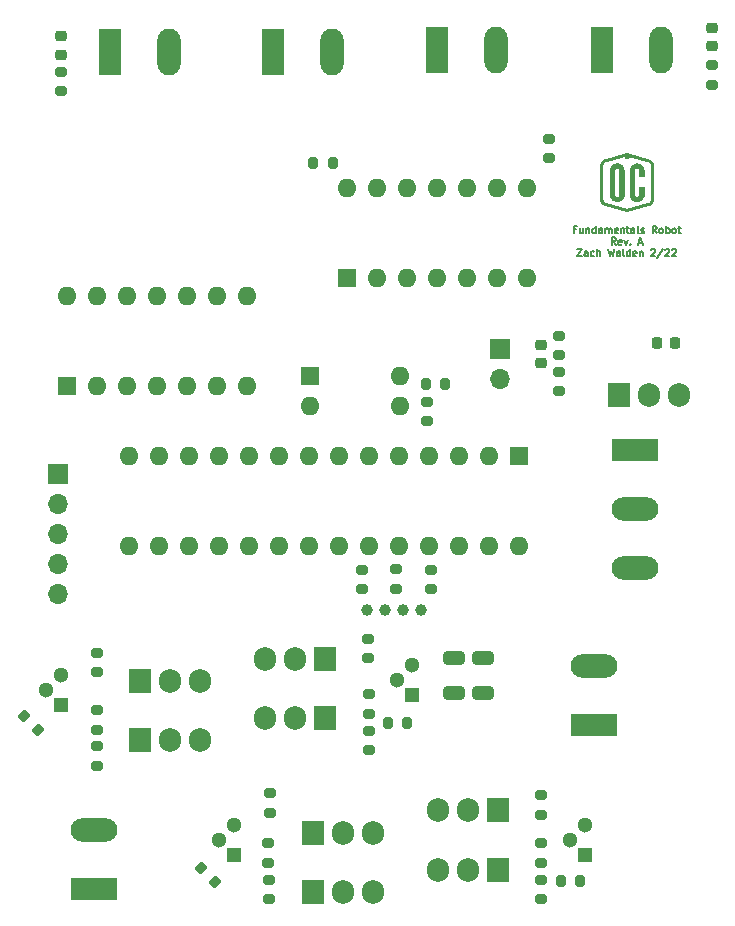
<source format=gbr>
%TF.GenerationSoftware,KiCad,Pcbnew,(6.0.2)*%
%TF.CreationDate,2022-03-08T08:53:01-06:00*%
%TF.ProjectId,FundamentalsRobot,46756e64-616d-4656-9e74-616c73526f62,rev?*%
%TF.SameCoordinates,Original*%
%TF.FileFunction,Soldermask,Top*%
%TF.FilePolarity,Negative*%
%FSLAX46Y46*%
G04 Gerber Fmt 4.6, Leading zero omitted, Abs format (unit mm)*
G04 Created by KiCad (PCBNEW (6.0.2)) date 2022-03-08 08:53:01*
%MOMM*%
%LPD*%
G01*
G04 APERTURE LIST*
G04 Aperture macros list*
%AMRoundRect*
0 Rectangle with rounded corners*
0 $1 Rounding radius*
0 $2 $3 $4 $5 $6 $7 $8 $9 X,Y pos of 4 corners*
0 Add a 4 corners polygon primitive as box body*
4,1,4,$2,$3,$4,$5,$6,$7,$8,$9,$2,$3,0*
0 Add four circle primitives for the rounded corners*
1,1,$1+$1,$2,$3*
1,1,$1+$1,$4,$5*
1,1,$1+$1,$6,$7*
1,1,$1+$1,$8,$9*
0 Add four rect primitives between the rounded corners*
20,1,$1+$1,$2,$3,$4,$5,0*
20,1,$1+$1,$4,$5,$6,$7,0*
20,1,$1+$1,$6,$7,$8,$9,0*
20,1,$1+$1,$8,$9,$2,$3,0*%
G04 Aperture macros list end*
%ADD10C,0.150000*%
%ADD11RoundRect,0.200000X0.275000X-0.200000X0.275000X0.200000X-0.275000X0.200000X-0.275000X-0.200000X0*%
%ADD12R,1.905000X2.000000*%
%ADD13O,1.905000X2.000000*%
%ADD14R,1.300000X1.300000*%
%ADD15C,1.300000*%
%ADD16RoundRect,0.200000X-0.335876X-0.053033X-0.053033X-0.335876X0.335876X0.053033X0.053033X0.335876X0*%
%ADD17RoundRect,0.200000X-0.275000X0.200000X-0.275000X-0.200000X0.275000X-0.200000X0.275000X0.200000X0*%
%ADD18RoundRect,0.200000X0.200000X0.275000X-0.200000X0.275000X-0.200000X-0.275000X0.200000X-0.275000X0*%
%ADD19R,1.700000X1.700000*%
%ADD20O,1.700000X1.700000*%
%ADD21R,1.600000X1.600000*%
%ADD22O,1.600000X1.600000*%
%ADD23RoundRect,0.250000X-0.650000X0.325000X-0.650000X-0.325000X0.650000X-0.325000X0.650000X0.325000X0*%
%ADD24R,1.980000X3.960000*%
%ADD25O,1.980000X3.960000*%
%ADD26R,3.960000X1.980000*%
%ADD27O,3.960000X1.980000*%
%ADD28RoundRect,0.225000X0.225000X0.250000X-0.225000X0.250000X-0.225000X-0.250000X0.225000X-0.250000X0*%
%ADD29RoundRect,0.225000X-0.250000X0.225000X-0.250000X-0.225000X0.250000X-0.225000X0.250000X0.225000X0*%
%ADD30RoundRect,0.225000X0.250000X-0.225000X0.250000X0.225000X-0.250000X0.225000X-0.250000X-0.225000X0*%
%ADD31C,1.000000*%
G04 APERTURE END LIST*
D10*
X146654285Y-76851142D02*
X146454285Y-76851142D01*
X146454285Y-77165428D02*
X146454285Y-76565428D01*
X146740000Y-76565428D01*
X147225714Y-76765428D02*
X147225714Y-77165428D01*
X146968571Y-76765428D02*
X146968571Y-77079714D01*
X146997142Y-77136857D01*
X147054285Y-77165428D01*
X147140000Y-77165428D01*
X147197142Y-77136857D01*
X147225714Y-77108285D01*
X147511428Y-76765428D02*
X147511428Y-77165428D01*
X147511428Y-76822571D02*
X147540000Y-76794000D01*
X147597142Y-76765428D01*
X147682857Y-76765428D01*
X147740000Y-76794000D01*
X147768571Y-76851142D01*
X147768571Y-77165428D01*
X148311428Y-77165428D02*
X148311428Y-76565428D01*
X148311428Y-77136857D02*
X148254285Y-77165428D01*
X148140000Y-77165428D01*
X148082857Y-77136857D01*
X148054285Y-77108285D01*
X148025714Y-77051142D01*
X148025714Y-76879714D01*
X148054285Y-76822571D01*
X148082857Y-76794000D01*
X148140000Y-76765428D01*
X148254285Y-76765428D01*
X148311428Y-76794000D01*
X148854285Y-77165428D02*
X148854285Y-76851142D01*
X148825714Y-76794000D01*
X148768571Y-76765428D01*
X148654285Y-76765428D01*
X148597142Y-76794000D01*
X148854285Y-77136857D02*
X148797142Y-77165428D01*
X148654285Y-77165428D01*
X148597142Y-77136857D01*
X148568571Y-77079714D01*
X148568571Y-77022571D01*
X148597142Y-76965428D01*
X148654285Y-76936857D01*
X148797142Y-76936857D01*
X148854285Y-76908285D01*
X149140000Y-77165428D02*
X149140000Y-76765428D01*
X149140000Y-76822571D02*
X149168571Y-76794000D01*
X149225714Y-76765428D01*
X149311428Y-76765428D01*
X149368571Y-76794000D01*
X149397142Y-76851142D01*
X149397142Y-77165428D01*
X149397142Y-76851142D02*
X149425714Y-76794000D01*
X149482857Y-76765428D01*
X149568571Y-76765428D01*
X149625714Y-76794000D01*
X149654285Y-76851142D01*
X149654285Y-77165428D01*
X150168571Y-77136857D02*
X150111428Y-77165428D01*
X149997142Y-77165428D01*
X149940000Y-77136857D01*
X149911428Y-77079714D01*
X149911428Y-76851142D01*
X149940000Y-76794000D01*
X149997142Y-76765428D01*
X150111428Y-76765428D01*
X150168571Y-76794000D01*
X150197142Y-76851142D01*
X150197142Y-76908285D01*
X149911428Y-76965428D01*
X150454285Y-76765428D02*
X150454285Y-77165428D01*
X150454285Y-76822571D02*
X150482857Y-76794000D01*
X150540000Y-76765428D01*
X150625714Y-76765428D01*
X150682857Y-76794000D01*
X150711428Y-76851142D01*
X150711428Y-77165428D01*
X150911428Y-76765428D02*
X151140000Y-76765428D01*
X150997142Y-76565428D02*
X150997142Y-77079714D01*
X151025714Y-77136857D01*
X151082857Y-77165428D01*
X151140000Y-77165428D01*
X151597142Y-77165428D02*
X151597142Y-76851142D01*
X151568571Y-76794000D01*
X151511428Y-76765428D01*
X151397142Y-76765428D01*
X151340000Y-76794000D01*
X151597142Y-77136857D02*
X151540000Y-77165428D01*
X151397142Y-77165428D01*
X151340000Y-77136857D01*
X151311428Y-77079714D01*
X151311428Y-77022571D01*
X151340000Y-76965428D01*
X151397142Y-76936857D01*
X151540000Y-76936857D01*
X151597142Y-76908285D01*
X151968571Y-77165428D02*
X151911428Y-77136857D01*
X151882857Y-77079714D01*
X151882857Y-76565428D01*
X152168571Y-77136857D02*
X152225714Y-77165428D01*
X152340000Y-77165428D01*
X152397142Y-77136857D01*
X152425714Y-77079714D01*
X152425714Y-77051142D01*
X152397142Y-76994000D01*
X152340000Y-76965428D01*
X152254285Y-76965428D01*
X152197142Y-76936857D01*
X152168571Y-76879714D01*
X152168571Y-76851142D01*
X152197142Y-76794000D01*
X152254285Y-76765428D01*
X152340000Y-76765428D01*
X152397142Y-76794000D01*
X153482857Y-77165428D02*
X153282857Y-76879714D01*
X153140000Y-77165428D02*
X153140000Y-76565428D01*
X153368571Y-76565428D01*
X153425714Y-76594000D01*
X153454285Y-76622571D01*
X153482857Y-76679714D01*
X153482857Y-76765428D01*
X153454285Y-76822571D01*
X153425714Y-76851142D01*
X153368571Y-76879714D01*
X153140000Y-76879714D01*
X153825714Y-77165428D02*
X153768571Y-77136857D01*
X153740000Y-77108285D01*
X153711428Y-77051142D01*
X153711428Y-76879714D01*
X153740000Y-76822571D01*
X153768571Y-76794000D01*
X153825714Y-76765428D01*
X153911428Y-76765428D01*
X153968571Y-76794000D01*
X153997142Y-76822571D01*
X154025714Y-76879714D01*
X154025714Y-77051142D01*
X153997142Y-77108285D01*
X153968571Y-77136857D01*
X153911428Y-77165428D01*
X153825714Y-77165428D01*
X154282857Y-77165428D02*
X154282857Y-76565428D01*
X154282857Y-76794000D02*
X154340000Y-76765428D01*
X154454285Y-76765428D01*
X154511428Y-76794000D01*
X154540000Y-76822571D01*
X154568571Y-76879714D01*
X154568571Y-77051142D01*
X154540000Y-77108285D01*
X154511428Y-77136857D01*
X154454285Y-77165428D01*
X154340000Y-77165428D01*
X154282857Y-77136857D01*
X154911428Y-77165428D02*
X154854285Y-77136857D01*
X154825714Y-77108285D01*
X154797142Y-77051142D01*
X154797142Y-76879714D01*
X154825714Y-76822571D01*
X154854285Y-76794000D01*
X154911428Y-76765428D01*
X154997142Y-76765428D01*
X155054285Y-76794000D01*
X155082857Y-76822571D01*
X155111428Y-76879714D01*
X155111428Y-77051142D01*
X155082857Y-77108285D01*
X155054285Y-77136857D01*
X154997142Y-77165428D01*
X154911428Y-77165428D01*
X155282857Y-76765428D02*
X155511428Y-76765428D01*
X155368571Y-76565428D02*
X155368571Y-77079714D01*
X155397142Y-77136857D01*
X155454285Y-77165428D01*
X155511428Y-77165428D01*
X150011428Y-78131428D02*
X149811428Y-77845714D01*
X149668571Y-78131428D02*
X149668571Y-77531428D01*
X149897142Y-77531428D01*
X149954285Y-77560000D01*
X149982857Y-77588571D01*
X150011428Y-77645714D01*
X150011428Y-77731428D01*
X149982857Y-77788571D01*
X149954285Y-77817142D01*
X149897142Y-77845714D01*
X149668571Y-77845714D01*
X150497142Y-78102857D02*
X150440000Y-78131428D01*
X150325714Y-78131428D01*
X150268571Y-78102857D01*
X150240000Y-78045714D01*
X150240000Y-77817142D01*
X150268571Y-77760000D01*
X150325714Y-77731428D01*
X150440000Y-77731428D01*
X150497142Y-77760000D01*
X150525714Y-77817142D01*
X150525714Y-77874285D01*
X150240000Y-77931428D01*
X150725714Y-77731428D02*
X150868571Y-78131428D01*
X151011428Y-77731428D01*
X151240000Y-78074285D02*
X151268571Y-78102857D01*
X151240000Y-78131428D01*
X151211428Y-78102857D01*
X151240000Y-78074285D01*
X151240000Y-78131428D01*
X151954285Y-77960000D02*
X152240000Y-77960000D01*
X151897142Y-78131428D02*
X152097142Y-77531428D01*
X152297142Y-78131428D01*
X146740000Y-78497428D02*
X147140000Y-78497428D01*
X146740000Y-79097428D01*
X147140000Y-79097428D01*
X147625714Y-79097428D02*
X147625714Y-78783142D01*
X147597142Y-78726000D01*
X147540000Y-78697428D01*
X147425714Y-78697428D01*
X147368571Y-78726000D01*
X147625714Y-79068857D02*
X147568571Y-79097428D01*
X147425714Y-79097428D01*
X147368571Y-79068857D01*
X147340000Y-79011714D01*
X147340000Y-78954571D01*
X147368571Y-78897428D01*
X147425714Y-78868857D01*
X147568571Y-78868857D01*
X147625714Y-78840285D01*
X148168571Y-79068857D02*
X148111428Y-79097428D01*
X147997142Y-79097428D01*
X147940000Y-79068857D01*
X147911428Y-79040285D01*
X147882857Y-78983142D01*
X147882857Y-78811714D01*
X147911428Y-78754571D01*
X147940000Y-78726000D01*
X147997142Y-78697428D01*
X148111428Y-78697428D01*
X148168571Y-78726000D01*
X148425714Y-79097428D02*
X148425714Y-78497428D01*
X148682857Y-79097428D02*
X148682857Y-78783142D01*
X148654285Y-78726000D01*
X148597142Y-78697428D01*
X148511428Y-78697428D01*
X148454285Y-78726000D01*
X148425714Y-78754571D01*
X149368571Y-78497428D02*
X149511428Y-79097428D01*
X149625714Y-78668857D01*
X149740000Y-79097428D01*
X149882857Y-78497428D01*
X150368571Y-79097428D02*
X150368571Y-78783142D01*
X150340000Y-78726000D01*
X150282857Y-78697428D01*
X150168571Y-78697428D01*
X150111428Y-78726000D01*
X150368571Y-79068857D02*
X150311428Y-79097428D01*
X150168571Y-79097428D01*
X150111428Y-79068857D01*
X150082857Y-79011714D01*
X150082857Y-78954571D01*
X150111428Y-78897428D01*
X150168571Y-78868857D01*
X150311428Y-78868857D01*
X150368571Y-78840285D01*
X150740000Y-79097428D02*
X150682857Y-79068857D01*
X150654285Y-79011714D01*
X150654285Y-78497428D01*
X151225714Y-79097428D02*
X151225714Y-78497428D01*
X151225714Y-79068857D02*
X151168571Y-79097428D01*
X151054285Y-79097428D01*
X150997142Y-79068857D01*
X150968571Y-79040285D01*
X150940000Y-78983142D01*
X150940000Y-78811714D01*
X150968571Y-78754571D01*
X150997142Y-78726000D01*
X151054285Y-78697428D01*
X151168571Y-78697428D01*
X151225714Y-78726000D01*
X151740000Y-79068857D02*
X151682857Y-79097428D01*
X151568571Y-79097428D01*
X151511428Y-79068857D01*
X151482857Y-79011714D01*
X151482857Y-78783142D01*
X151511428Y-78726000D01*
X151568571Y-78697428D01*
X151682857Y-78697428D01*
X151740000Y-78726000D01*
X151768571Y-78783142D01*
X151768571Y-78840285D01*
X151482857Y-78897428D01*
X152025714Y-78697428D02*
X152025714Y-79097428D01*
X152025714Y-78754571D02*
X152054285Y-78726000D01*
X152111428Y-78697428D01*
X152197142Y-78697428D01*
X152254285Y-78726000D01*
X152282857Y-78783142D01*
X152282857Y-79097428D01*
X152997142Y-78554571D02*
X153025714Y-78526000D01*
X153082857Y-78497428D01*
X153225714Y-78497428D01*
X153282857Y-78526000D01*
X153311428Y-78554571D01*
X153340000Y-78611714D01*
X153340000Y-78668857D01*
X153311428Y-78754571D01*
X152968571Y-79097428D01*
X153340000Y-79097428D01*
X154025714Y-78468857D02*
X153511428Y-79240285D01*
X154197142Y-78554571D02*
X154225714Y-78526000D01*
X154282857Y-78497428D01*
X154425714Y-78497428D01*
X154482857Y-78526000D01*
X154511428Y-78554571D01*
X154540000Y-78611714D01*
X154540000Y-78668857D01*
X154511428Y-78754571D01*
X154168571Y-79097428D01*
X154540000Y-79097428D01*
X154768571Y-78554571D02*
X154797142Y-78526000D01*
X154854285Y-78497428D01*
X154997142Y-78497428D01*
X155054285Y-78526000D01*
X155082857Y-78554571D01*
X155111428Y-78611714D01*
X155111428Y-78668857D01*
X155082857Y-78754571D01*
X154740000Y-79097428D01*
X155111428Y-79097428D01*
%TO.C,G\u002A\u002A\u002A*%
G36*
X149512833Y-73930404D02*
G01*
X149512188Y-73903708D01*
X149511607Y-73871870D01*
X149511083Y-73834356D01*
X149510611Y-73790634D01*
X149510185Y-73740170D01*
X149509799Y-73682430D01*
X149509447Y-73616882D01*
X149509123Y-73542992D01*
X149508822Y-73460227D01*
X149508537Y-73368054D01*
X149508263Y-73265939D01*
X149507994Y-73153349D01*
X149507724Y-73029752D01*
X149507487Y-72914004D01*
X149507211Y-72760884D01*
X149507026Y-72619652D01*
X149506930Y-72490199D01*
X149506925Y-72372412D01*
X149507011Y-72266181D01*
X149507188Y-72171394D01*
X149507457Y-72087940D01*
X149507818Y-72015707D01*
X149508272Y-71954584D01*
X149508819Y-71904460D01*
X149509459Y-71865224D01*
X149510193Y-71836764D01*
X149511021Y-71818968D01*
X149511636Y-71812917D01*
X149516969Y-71782510D01*
X149520703Y-71761625D01*
X149523280Y-71747962D01*
X149525142Y-71739216D01*
X149526731Y-71733085D01*
X149527376Y-71730890D01*
X149530945Y-71716784D01*
X149533003Y-71706888D01*
X149537000Y-71692826D01*
X149544496Y-71672447D01*
X149554405Y-71648157D01*
X149565640Y-71622364D01*
X149577115Y-71597474D01*
X149587743Y-71575893D01*
X149596438Y-71560027D01*
X149602114Y-71552283D01*
X149602976Y-71551897D01*
X149607674Y-71547224D01*
X149607895Y-71545260D01*
X149611849Y-71535119D01*
X149621648Y-71521182D01*
X149634195Y-71506971D01*
X149646395Y-71496005D01*
X149654903Y-71491800D01*
X149660896Y-71490333D01*
X149657597Y-71487069D01*
X149657918Y-71480955D01*
X149665773Y-71468837D01*
X149679499Y-71452416D01*
X149697435Y-71433397D01*
X149717916Y-71413482D01*
X149739279Y-71394374D01*
X149759862Y-71377778D01*
X149772548Y-71368882D01*
X150483964Y-71368882D01*
X150486964Y-71371883D01*
X150489964Y-71368882D01*
X150486964Y-71365882D01*
X150483964Y-71368882D01*
X149772548Y-71368882D01*
X149773948Y-71367900D01*
X149788265Y-71357995D01*
X149798838Y-71349459D01*
X149808533Y-71342933D01*
X149812582Y-71341880D01*
X149820983Y-71338590D01*
X149833677Y-71330570D01*
X149835018Y-71329592D01*
X149850402Y-71320719D01*
X149864488Y-71316339D01*
X149864777Y-71316314D01*
X149875148Y-71313894D01*
X149877916Y-71311097D01*
X149882892Y-71307260D01*
X149895192Y-71301007D01*
X149910879Y-71294061D01*
X149926012Y-71288146D01*
X149936653Y-71284987D01*
X149937921Y-71284836D01*
X149945220Y-71282069D01*
X149946922Y-71281113D01*
X149957830Y-71276889D01*
X149976093Y-71271865D01*
X149997234Y-71267247D01*
X150000926Y-71266565D01*
X150015734Y-71263693D01*
X150030928Y-71260521D01*
X150043885Y-71258813D01*
X150064397Y-71257334D01*
X150089940Y-71256132D01*
X150117991Y-71255257D01*
X150146026Y-71254759D01*
X150171521Y-71254686D01*
X150191955Y-71255087D01*
X150204802Y-71256012D01*
X150207942Y-71257068D01*
X150213186Y-71259493D01*
X150225960Y-71260297D01*
X150227443Y-71260262D01*
X150247878Y-71261550D01*
X150264947Y-71264907D01*
X150284215Y-71269712D01*
X150303950Y-71273591D01*
X150319762Y-71277133D01*
X150330357Y-71281210D01*
X150330952Y-71281620D01*
X150340921Y-71286352D01*
X150353613Y-71290203D01*
X150370486Y-71295486D01*
X150390193Y-71303431D01*
X150409581Y-71312512D01*
X150425496Y-71321202D01*
X150434782Y-71327976D01*
X150435960Y-71330055D01*
X150439369Y-71334771D01*
X150440460Y-71334646D01*
X150450627Y-71336791D01*
X150467717Y-71345616D01*
X150489769Y-71359733D01*
X150514827Y-71377753D01*
X150540929Y-71398285D01*
X150566117Y-71419941D01*
X150582546Y-71435408D01*
X150633785Y-71493753D01*
X150678458Y-71560462D01*
X150715462Y-71633215D01*
X150743694Y-71709691D01*
X150762052Y-71787569D01*
X150766895Y-71823402D01*
X150767702Y-71837692D01*
X150768425Y-71863748D01*
X150769062Y-71901335D01*
X150769614Y-71950220D01*
X150770080Y-72010168D01*
X150770458Y-72080945D01*
X150770748Y-72162316D01*
X150770950Y-72254047D01*
X150771062Y-72355904D01*
X150771084Y-72467652D01*
X150771015Y-72589056D01*
X150770854Y-72719883D01*
X150770600Y-72859897D01*
X150770459Y-72924489D01*
X150770149Y-73056350D01*
X150769850Y-73176755D01*
X150769554Y-73286248D01*
X150769256Y-73385374D01*
X150768949Y-73474678D01*
X150768626Y-73554705D01*
X150768282Y-73625998D01*
X150767910Y-73689104D01*
X150767503Y-73744566D01*
X150767055Y-73792928D01*
X150766560Y-73834737D01*
X150766011Y-73870536D01*
X150765402Y-73900870D01*
X150764727Y-73926284D01*
X150763979Y-73947323D01*
X150763151Y-73964530D01*
X150762238Y-73978452D01*
X150761233Y-73989632D01*
X150760130Y-73998615D01*
X150758922Y-74005945D01*
X150757709Y-74011711D01*
X150734356Y-74093771D01*
X150703952Y-74167327D01*
X150665472Y-74234252D01*
X150617896Y-74296420D01*
X150580548Y-74336217D01*
X150518008Y-74391267D01*
X150451509Y-74435904D01*
X150379281Y-74471122D01*
X150299552Y-74497917D01*
X150286534Y-74501349D01*
X150261454Y-74507300D01*
X150238850Y-74511395D01*
X150215443Y-74513944D01*
X150187950Y-74515258D01*
X150153089Y-74515647D01*
X150135936Y-74515612D01*
X150096545Y-74515139D01*
X150065853Y-74513894D01*
X150040569Y-74511544D01*
X150017401Y-74507755D01*
X149993055Y-74502196D01*
X149986404Y-74500491D01*
X149913143Y-74477784D01*
X149848193Y-74449378D01*
X149788571Y-74413627D01*
X149731290Y-74368885D01*
X149705788Y-74345668D01*
X149653358Y-74290668D01*
X149609800Y-74232831D01*
X149573925Y-74170066D01*
X149544542Y-74100277D01*
X149520463Y-74021372D01*
X149519617Y-74018091D01*
X149518364Y-74012459D01*
X149517215Y-74005417D01*
X149516165Y-73996432D01*
X149515208Y-73984972D01*
X149514337Y-73970503D01*
X149513811Y-73958485D01*
X149955922Y-73958485D01*
X149970386Y-73987029D01*
X149995753Y-74024203D01*
X150030764Y-74055846D01*
X150073806Y-74080597D01*
X150087933Y-74086433D01*
X150102073Y-74088708D01*
X150124182Y-74089004D01*
X150150449Y-74087631D01*
X150177062Y-74084901D01*
X150200209Y-74081123D01*
X150216080Y-74076608D01*
X150217645Y-74075861D01*
X150247992Y-74055451D01*
X150276450Y-74028459D01*
X150299106Y-73998871D01*
X150306617Y-73985243D01*
X150321951Y-73952829D01*
X150321951Y-72893599D01*
X150321949Y-72761386D01*
X150321940Y-72640637D01*
X150321916Y-72530813D01*
X150321874Y-72431378D01*
X150321805Y-72341793D01*
X150321706Y-72261522D01*
X150321569Y-72190027D01*
X150321388Y-72126769D01*
X150321159Y-72071213D01*
X150320874Y-72022819D01*
X150320528Y-71981051D01*
X150320116Y-71945371D01*
X150319630Y-71915242D01*
X150319065Y-71890126D01*
X150318415Y-71869485D01*
X150317675Y-71852782D01*
X150316838Y-71839479D01*
X150315898Y-71829039D01*
X150314850Y-71820925D01*
X150313687Y-71814598D01*
X150312404Y-71809522D01*
X150310995Y-71805158D01*
X150309902Y-71802166D01*
X150288246Y-71760901D01*
X150257076Y-71726752D01*
X150225096Y-71704718D01*
X150208101Y-71695976D01*
X150193191Y-71690667D01*
X150176333Y-71687961D01*
X150153493Y-71687026D01*
X150138937Y-71686963D01*
X150110984Y-71687476D01*
X150090969Y-71689460D01*
X150074849Y-71693682D01*
X150058581Y-71700911D01*
X150054549Y-71702998D01*
X150020034Y-71726770D01*
X149990280Y-71758021D01*
X149968767Y-71793037D01*
X149967503Y-71795895D01*
X149966063Y-71799498D01*
X149964747Y-71803639D01*
X149963550Y-71808852D01*
X149962467Y-71815669D01*
X149961491Y-71824622D01*
X149960617Y-71836245D01*
X149959840Y-71851069D01*
X149959153Y-71869628D01*
X149958552Y-71892454D01*
X149958030Y-71920079D01*
X149957582Y-71953035D01*
X149957203Y-71991857D01*
X149956886Y-72037075D01*
X149956626Y-72089223D01*
X149956417Y-72148832D01*
X149956254Y-72216437D01*
X149956132Y-72292569D01*
X149956044Y-72377760D01*
X149955984Y-72472544D01*
X149955948Y-72577452D01*
X149955929Y-72693018D01*
X149955923Y-72819773D01*
X149955922Y-72890699D01*
X149955922Y-73958485D01*
X149513811Y-73958485D01*
X149513548Y-73952491D01*
X149512833Y-73930404D01*
G37*
G36*
X151890219Y-71256765D02*
G01*
X151976414Y-71271443D01*
X152057453Y-71296956D01*
X152133288Y-71333282D01*
X152203870Y-71380394D01*
X152269150Y-71438269D01*
X152283033Y-71452698D01*
X152331075Y-71510038D01*
X152370491Y-71570807D01*
X152402667Y-71637508D01*
X152428986Y-71712644D01*
X152431394Y-71720872D01*
X152452229Y-71793259D01*
X152449119Y-72394963D01*
X152011084Y-72394963D01*
X152008084Y-72106941D01*
X152005084Y-71818918D01*
X151988342Y-71784826D01*
X151964584Y-71747840D01*
X151932543Y-71717981D01*
X151904409Y-71700462D01*
X151879627Y-71691768D01*
X151847772Y-71686902D01*
X151812976Y-71685882D01*
X151779373Y-71688723D01*
X151751094Y-71695443D01*
X151741063Y-71699813D01*
X151705489Y-71724862D01*
X151674338Y-71758360D01*
X151655467Y-71787791D01*
X151639055Y-71818918D01*
X151639055Y-73955086D01*
X151655038Y-73985088D01*
X151680526Y-74021735D01*
X151714804Y-74054315D01*
X151741063Y-74072240D01*
X151766020Y-74081808D01*
X151798130Y-74086950D01*
X151833376Y-74087633D01*
X151867744Y-74083824D01*
X151897218Y-74075492D01*
X151901633Y-74073537D01*
X151934902Y-74052497D01*
X151964944Y-74023850D01*
X151987896Y-73991460D01*
X151992188Y-73982983D01*
X151994888Y-73976860D01*
X151997193Y-73970436D01*
X151999144Y-73962736D01*
X152000781Y-73952785D01*
X152002144Y-73939608D01*
X152003275Y-73922231D01*
X152004214Y-73899677D01*
X152005001Y-73870973D01*
X152005677Y-73835144D01*
X152006283Y-73791214D01*
X152006859Y-73738208D01*
X152007446Y-73675151D01*
X152008084Y-73601070D01*
X152008084Y-73601058D01*
X152011084Y-73247030D01*
X152449119Y-73247030D01*
X152450985Y-73595058D01*
X152451342Y-73681361D01*
X152451421Y-73756103D01*
X152451217Y-73819721D01*
X152450723Y-73872650D01*
X152449934Y-73915329D01*
X152448844Y-73948194D01*
X152447448Y-73971681D01*
X152445937Y-73985088D01*
X152426078Y-74070369D01*
X152395806Y-74150497D01*
X152355815Y-74224747D01*
X152306797Y-74292395D01*
X152249443Y-74352715D01*
X152184448Y-74404982D01*
X152112503Y-74448471D01*
X152034301Y-74482456D01*
X151950534Y-74506213D01*
X151947699Y-74506811D01*
X151926533Y-74509919D01*
X151897392Y-74512440D01*
X151863230Y-74514305D01*
X151826997Y-74515444D01*
X151791646Y-74515788D01*
X151760129Y-74515269D01*
X151735397Y-74513817D01*
X151723061Y-74512070D01*
X151647685Y-74492733D01*
X151581705Y-74469866D01*
X151522740Y-74442252D01*
X151468410Y-74408675D01*
X151416335Y-74367921D01*
X151385066Y-74339406D01*
X151328459Y-74277430D01*
X151281192Y-74209230D01*
X151244179Y-74136254D01*
X151225954Y-74086634D01*
X151222172Y-74074819D01*
X151218710Y-74064162D01*
X151215555Y-74054115D01*
X151212693Y-74044127D01*
X151210108Y-74033647D01*
X151207787Y-74022126D01*
X151205716Y-74009015D01*
X151203880Y-73993762D01*
X151202266Y-73975819D01*
X151200859Y-73954635D01*
X151199646Y-73929661D01*
X151198611Y-73900345D01*
X151197742Y-73866139D01*
X151197023Y-73826493D01*
X151196441Y-73780856D01*
X151195981Y-73728679D01*
X151195629Y-73669411D01*
X151195372Y-73602504D01*
X151195195Y-73527406D01*
X151195084Y-73443568D01*
X151195024Y-73350440D01*
X151195002Y-73247471D01*
X151195003Y-73134113D01*
X151195014Y-73009815D01*
X151195020Y-72884002D01*
X151195020Y-71794916D01*
X151208760Y-71741878D01*
X151235153Y-71658311D01*
X151269257Y-71583055D01*
X151311990Y-71514739D01*
X151364269Y-71451993D01*
X151427011Y-71393446D01*
X151459041Y-71368000D01*
X151520210Y-71328666D01*
X151588980Y-71297027D01*
X151663333Y-71273602D01*
X151741247Y-71258913D01*
X151820703Y-71253482D01*
X151890219Y-71256765D01*
G37*
G36*
X150126324Y-75142468D02*
G01*
X150107825Y-75136678D01*
X150087933Y-75131179D01*
X150066272Y-75125159D01*
X150048247Y-75119446D01*
X150038510Y-75115614D01*
X150023301Y-75110859D01*
X150016291Y-75110177D01*
X150001211Y-75107904D01*
X149990707Y-75104583D01*
X149977518Y-75099962D01*
X149957654Y-75093794D01*
X149940921Y-75088966D01*
X149919013Y-75082785D01*
X149899715Y-75077200D01*
X149889917Y-75074254D01*
X149874720Y-75069724D01*
X149854746Y-75064029D01*
X149847914Y-75062133D01*
X149823760Y-75055461D01*
X149798485Y-75048447D01*
X149793909Y-75047172D01*
X149769757Y-75040464D01*
X149744482Y-75033482D01*
X149739905Y-75032223D01*
X149720758Y-75026641D01*
X149704833Y-75021461D01*
X149700902Y-75019998D01*
X149687741Y-75015571D01*
X149669041Y-75010194D01*
X149661899Y-75008321D01*
X149640848Y-75002842D01*
X149621395Y-74997588D01*
X149616896Y-74996328D01*
X149586672Y-74987757D01*
X149556151Y-74979146D01*
X149529107Y-74971557D01*
X149509315Y-74966051D01*
X149507387Y-74965521D01*
X149487700Y-74960039D01*
X149466533Y-74954042D01*
X149465384Y-74953713D01*
X149444907Y-74948061D01*
X149421397Y-74941868D01*
X149414876Y-74940208D01*
X149397464Y-74935169D01*
X149385194Y-74930422D01*
X149382373Y-74928659D01*
X149373354Y-74925108D01*
X149363794Y-74924162D01*
X149347827Y-74921880D01*
X149339292Y-74918814D01*
X149319861Y-74911089D01*
X149293890Y-74903548D01*
X149266723Y-74897505D01*
X149243703Y-74894269D01*
X149238338Y-74894042D01*
X149211086Y-74892057D01*
X149176980Y-74886886D01*
X149139710Y-74879362D01*
X149102966Y-74870320D01*
X149070439Y-74860593D01*
X149045817Y-74851014D01*
X149043984Y-74850122D01*
X149028829Y-74844681D01*
X149017039Y-74843962D01*
X149016295Y-74844199D01*
X149009493Y-74843931D01*
X149009102Y-74840784D01*
X149005391Y-74834054D01*
X148993992Y-74824888D01*
X148986869Y-74820547D01*
X148970430Y-74810714D01*
X148957730Y-74801986D01*
X148954937Y-74799653D01*
X148946165Y-74793235D01*
X148942914Y-74792149D01*
X148936603Y-74788074D01*
X148923925Y-74777070D01*
X148906721Y-74760958D01*
X148886834Y-74741562D01*
X148866107Y-74720703D01*
X148846383Y-74700205D01*
X148829504Y-74681891D01*
X148818560Y-74669142D01*
X148776070Y-74609411D01*
X148741146Y-74544061D01*
X148712810Y-74471077D01*
X148697981Y-74420577D01*
X148697065Y-74415767D01*
X148696215Y-74408289D01*
X148695430Y-74397718D01*
X148694706Y-74383632D01*
X148694043Y-74365607D01*
X148693436Y-74343220D01*
X148692885Y-74316046D01*
X148692387Y-74283662D01*
X148691939Y-74245645D01*
X148691540Y-74201571D01*
X148691187Y-74151017D01*
X148690877Y-74093558D01*
X148690609Y-74028771D01*
X148690381Y-73956234D01*
X148690189Y-73875521D01*
X148690032Y-73786210D01*
X148689908Y-73687876D01*
X148689814Y-73580097D01*
X148689748Y-73462449D01*
X148689707Y-73334508D01*
X148689695Y-73238181D01*
X148955711Y-73238181D01*
X148955719Y-73367222D01*
X148955781Y-73489100D01*
X148955896Y-73603423D01*
X148956063Y-73709800D01*
X148956281Y-73807839D01*
X148956549Y-73897148D01*
X148956866Y-73977336D01*
X148957230Y-74048011D01*
X148957642Y-74108781D01*
X148958098Y-74159254D01*
X148958600Y-74199039D01*
X148959145Y-74227744D01*
X148959732Y-74244978D01*
X148959948Y-74248237D01*
X148963327Y-74280301D01*
X148967757Y-74312891D01*
X148972535Y-74341125D01*
X148975107Y-74353245D01*
X148994006Y-74414879D01*
X149019487Y-74470482D01*
X149050656Y-74518744D01*
X149086623Y-74558355D01*
X149126496Y-74588006D01*
X149139858Y-74595140D01*
X149158591Y-74603952D01*
X149174473Y-74610373D01*
X149190587Y-74615202D01*
X149210012Y-74619235D01*
X149235829Y-74623272D01*
X149262868Y-74627000D01*
X149291013Y-74631135D01*
X149316978Y-74635552D01*
X149336933Y-74639574D01*
X149343874Y-74641346D01*
X149362063Y-74646574D01*
X149385159Y-74652961D01*
X149397878Y-74656386D01*
X149419249Y-74662227D01*
X149447086Y-74670047D01*
X149476345Y-74678425D01*
X149484885Y-74680904D01*
X149520816Y-74691373D01*
X149550327Y-74699963D01*
X149576261Y-74707497D01*
X149601458Y-74714797D01*
X149628759Y-74722687D01*
X149661005Y-74731989D01*
X149701036Y-74743526D01*
X149715903Y-74747810D01*
X149758954Y-74760208D01*
X149792479Y-74769842D01*
X149818479Y-74777283D01*
X149838959Y-74783096D01*
X149855920Y-74787851D01*
X149871366Y-74792116D01*
X149887299Y-74796459D01*
X149889917Y-74797169D01*
X149914950Y-74804064D01*
X149946540Y-74812965D01*
X149986190Y-74824301D01*
X150035400Y-74838499D01*
X150051930Y-74843286D01*
X150081900Y-74851951D01*
X150109209Y-74859805D01*
X150130978Y-74866024D01*
X150144328Y-74869781D01*
X150144937Y-74869948D01*
X150160644Y-74874295D01*
X150182358Y-74880367D01*
X150198941Y-74885034D01*
X150221538Y-74891392D01*
X150242203Y-74897169D01*
X150252946Y-74900146D01*
X150262837Y-74902945D01*
X150282789Y-74908659D01*
X150311334Y-74916866D01*
X150347005Y-74927142D01*
X150388335Y-74939064D01*
X150433855Y-74952211D01*
X150471963Y-74963228D01*
X150521614Y-74977565D01*
X150569864Y-74991455D01*
X150614925Y-75004386D01*
X150655010Y-75015848D01*
X150688333Y-75025329D01*
X150713108Y-75032317D01*
X150723983Y-75035337D01*
X150755143Y-75044023D01*
X150790848Y-75054201D01*
X150824154Y-75063888D01*
X150828991Y-75065318D01*
X150854561Y-75072732D01*
X150877286Y-75079028D01*
X150893642Y-75083241D01*
X150897996Y-75084202D01*
X150914945Y-75088649D01*
X150924999Y-75092318D01*
X150953141Y-75100366D01*
X150984081Y-75100277D01*
X151020814Y-75092044D01*
X151021006Y-75091985D01*
X151035286Y-75087645D01*
X151056882Y-75081075D01*
X151081632Y-75073544D01*
X151087011Y-75071906D01*
X151110824Y-75064729D01*
X151131360Y-75058668D01*
X151145003Y-75054787D01*
X151147016Y-75054256D01*
X151156992Y-75051528D01*
X151176752Y-75045954D01*
X151204556Y-75038036D01*
X151238662Y-75028273D01*
X151277330Y-75017165D01*
X151318819Y-75005213D01*
X151361388Y-74992916D01*
X151403296Y-74980775D01*
X151442802Y-74969290D01*
X151444039Y-74968930D01*
X151474004Y-74960220D01*
X151501309Y-74952324D01*
X151523076Y-74946069D01*
X151536431Y-74942286D01*
X151537047Y-74942116D01*
X151550844Y-74938204D01*
X151572387Y-74931976D01*
X151597911Y-74924520D01*
X151609052Y-74921244D01*
X151635132Y-74913583D01*
X151658829Y-74906662D01*
X151676380Y-74901578D01*
X151681058Y-74900243D01*
X151694858Y-74896274D01*
X151716403Y-74890003D01*
X151741931Y-74882527D01*
X151753064Y-74879254D01*
X151778188Y-74871877D01*
X151799996Y-74865509D01*
X151815170Y-74861118D01*
X151819069Y-74860012D01*
X151829710Y-74856954D01*
X151848794Y-74851383D01*
X151873256Y-74844198D01*
X151891075Y-74838943D01*
X151953445Y-74820766D01*
X152006468Y-74805837D01*
X152035086Y-74798106D01*
X152048266Y-74794440D01*
X152069646Y-74788295D01*
X152095928Y-74780625D01*
X152116092Y-74774677D01*
X152191762Y-74752337D01*
X152261215Y-74732024D01*
X152329699Y-74712208D01*
X152353111Y-74705479D01*
X152380534Y-74697550D01*
X152410487Y-74688804D01*
X152425117Y-74684495D01*
X152452540Y-74676437D01*
X152482494Y-74667718D01*
X152497122Y-74663494D01*
X152524484Y-74655497D01*
X152554383Y-74646566D01*
X152569128Y-74642080D01*
X152595309Y-74635872D01*
X152625748Y-74631272D01*
X152647134Y-74629607D01*
X152708073Y-74623789D01*
X152762184Y-74610161D01*
X152812406Y-74587886D01*
X152830149Y-74577560D01*
X152875104Y-74542777D01*
X152913641Y-74498201D01*
X152945510Y-74444330D01*
X152970466Y-74381664D01*
X152988260Y-74310702D01*
X152998057Y-74238919D01*
X152998777Y-74224606D01*
X152999456Y-74198551D01*
X153000094Y-74161015D01*
X153000690Y-74112257D01*
X153001242Y-74052537D01*
X153001749Y-73982115D01*
X153002210Y-73901250D01*
X153002624Y-73810202D01*
X153002990Y-73709231D01*
X153003306Y-73598596D01*
X153003572Y-73478557D01*
X153003786Y-73349374D01*
X153003947Y-73211307D01*
X153004054Y-73064614D01*
X153004106Y-72909557D01*
X153004111Y-72858735D01*
X153004106Y-72703071D01*
X153004075Y-72558967D01*
X153004012Y-72425982D01*
X153003911Y-72303675D01*
X153003767Y-72191605D01*
X153003573Y-72089330D01*
X153003325Y-71996411D01*
X153003017Y-71912406D01*
X153002642Y-71836874D01*
X153002195Y-71769374D01*
X153001671Y-71709465D01*
X153001063Y-71656706D01*
X153000367Y-71610656D01*
X152999575Y-71570874D01*
X152998683Y-71536920D01*
X152997685Y-71508351D01*
X152996576Y-71484728D01*
X152995348Y-71465609D01*
X152993998Y-71450553D01*
X152992518Y-71439119D01*
X152990904Y-71430866D01*
X152989150Y-71425354D01*
X152987249Y-71422141D01*
X152985511Y-71420887D01*
X152981015Y-71414025D01*
X152980160Y-71407611D01*
X152977285Y-71391188D01*
X152969705Y-71368316D01*
X152958990Y-71342775D01*
X152946708Y-71318345D01*
X152935773Y-71300661D01*
X152924015Y-71283967D01*
X152914495Y-71270214D01*
X152911155Y-71265247D01*
X152901412Y-71253342D01*
X152885801Y-71237296D01*
X152867748Y-71220562D01*
X152861257Y-71214989D01*
X152835902Y-71198092D01*
X152801772Y-71181441D01*
X152762063Y-71166091D01*
X152719974Y-71153097D01*
X152678703Y-71143512D01*
X152641447Y-71138393D01*
X152627337Y-71137827D01*
X152606052Y-71135849D01*
X152586793Y-71130941D01*
X152581943Y-71128827D01*
X152567093Y-71122475D01*
X152555729Y-71119863D01*
X152545523Y-71118145D01*
X152527991Y-71113672D01*
X152509911Y-71108328D01*
X152450247Y-71090018D01*
X152396838Y-71074426D01*
X152351607Y-71062105D01*
X152329109Y-71056491D01*
X152307581Y-71050849D01*
X152290587Y-71045433D01*
X152281619Y-71041363D01*
X152281405Y-71041180D01*
X152271498Y-71037131D01*
X152259904Y-71035856D01*
X152246425Y-71034317D01*
X152239665Y-71031419D01*
X152232177Y-71027859D01*
X152216092Y-71022237D01*
X152194409Y-71015574D01*
X152186161Y-71013215D01*
X152160984Y-71006109D01*
X152138110Y-70999580D01*
X152121665Y-70994806D01*
X152119093Y-70994040D01*
X152087234Y-70984822D01*
X152056135Y-70976439D01*
X152029302Y-70969801D01*
X152010242Y-70965815D01*
X152009584Y-70965706D01*
X151996329Y-70962302D01*
X151990142Y-70958250D01*
X151990082Y-70957875D01*
X151984930Y-70953502D01*
X151973581Y-70950024D01*
X151955929Y-70946096D01*
X151936370Y-70941069D01*
X151936078Y-70940988D01*
X151899145Y-70930680D01*
X151869970Y-70922472D01*
X151844743Y-70915276D01*
X151819652Y-70908003D01*
X151790886Y-70899566D01*
X151786066Y-70898147D01*
X151757421Y-70889754D01*
X151730451Y-70881932D01*
X151708826Y-70875741D01*
X151699060Y-70873007D01*
X151681603Y-70868173D01*
X151668182Y-70864370D01*
X151666057Y-70863748D01*
X151658146Y-70861458D01*
X151657056Y-70861193D01*
X151651742Y-70859648D01*
X151637519Y-70855407D01*
X151616969Y-70849243D01*
X151606052Y-70845958D01*
X151581868Y-70838878D01*
X151561228Y-70833204D01*
X151547450Y-70829835D01*
X151544670Y-70829341D01*
X151533418Y-70826090D01*
X151530168Y-70823962D01*
X151521654Y-70820914D01*
X151509399Y-70819839D01*
X151496083Y-70818113D01*
X151489463Y-70814519D01*
X151481852Y-70809951D01*
X151467504Y-70805726D01*
X151465107Y-70805246D01*
X151451241Y-70801595D01*
X151444233Y-70797693D01*
X151444026Y-70797066D01*
X151438781Y-70793927D01*
X151426136Y-70792198D01*
X151425669Y-70792180D01*
X151402828Y-70788936D01*
X151374110Y-70781373D01*
X151344248Y-70770780D01*
X151339031Y-70768614D01*
X151325195Y-70763785D01*
X151303427Y-70757362D01*
X151277494Y-70750427D01*
X151265525Y-70747443D01*
X151241644Y-70741104D01*
X151222915Y-70735124D01*
X151211886Y-70730373D01*
X151210021Y-70728531D01*
X151207708Y-70724446D01*
X151201632Y-70729636D01*
X151193087Y-70742496D01*
X151183367Y-70761418D01*
X151183146Y-70761898D01*
X151165827Y-70790906D01*
X151142119Y-70818957D01*
X151115390Y-70842616D01*
X151089005Y-70858451D01*
X151088158Y-70858809D01*
X151069234Y-70866851D01*
X151052717Y-70874133D01*
X151049069Y-70875811D01*
X151036690Y-70878772D01*
X151016452Y-70880717D01*
X150991432Y-70881670D01*
X150964707Y-70881658D01*
X150939353Y-70880706D01*
X150918447Y-70878841D01*
X150905066Y-70876087D01*
X150902336Y-70874583D01*
X150891264Y-70869155D01*
X150881795Y-70867843D01*
X150871102Y-70865866D01*
X150867994Y-70862493D01*
X150862933Y-70857115D01*
X150853985Y-70853627D01*
X150840251Y-70846390D01*
X150822434Y-70831917D01*
X150803161Y-70812926D01*
X150785058Y-70792130D01*
X150770751Y-70772244D01*
X150764948Y-70761583D01*
X150757109Y-70745763D01*
X150750432Y-70735122D01*
X150748458Y-70733125D01*
X150740470Y-70733184D01*
X150724672Y-70736477D01*
X150705844Y-70741877D01*
X150685043Y-70748086D01*
X150667955Y-70752409D01*
X150659095Y-70753834D01*
X150648561Y-70755674D01*
X150631109Y-70760422D01*
X150616374Y-70765110D01*
X150582404Y-70775959D01*
X150540604Y-70788152D01*
X150489054Y-70802250D01*
X150486964Y-70802808D01*
X150468487Y-70808101D01*
X150453240Y-70813075D01*
X150450961Y-70813931D01*
X150439498Y-70817459D01*
X150420126Y-70822479D01*
X150396677Y-70828008D01*
X150392364Y-70828972D01*
X150370084Y-70834441D01*
X150352692Y-70839718D01*
X150343253Y-70843842D01*
X150342506Y-70844564D01*
X150334563Y-70848756D01*
X150325666Y-70849842D01*
X150311610Y-70851617D01*
X150292565Y-70856072D01*
X150285517Y-70858139D01*
X150261637Y-70865323D01*
X150236500Y-70872501D01*
X150231944Y-70873748D01*
X150210186Y-70880062D01*
X150184638Y-70888055D01*
X150171323Y-70892453D01*
X150151446Y-70898657D01*
X150135179Y-70902795D01*
X150128029Y-70903846D01*
X150116549Y-70905590D01*
X150099320Y-70909964D01*
X150092643Y-70911981D01*
X150080042Y-70915918D01*
X150067477Y-70919685D01*
X150052431Y-70923996D01*
X150032389Y-70929564D01*
X150004832Y-70937101D01*
X149982924Y-70943062D01*
X149962007Y-70949165D01*
X149944712Y-70954949D01*
X149936502Y-70958349D01*
X149922140Y-70962770D01*
X149911354Y-70963851D01*
X149898829Y-70965751D01*
X149893404Y-70969063D01*
X149885960Y-70973131D01*
X149871113Y-70977130D01*
X149864548Y-70978317D01*
X149847918Y-70981731D01*
X149823572Y-70987702D01*
X149795269Y-70995279D01*
X149775908Y-71000795D01*
X149744809Y-71009872D01*
X149721093Y-71016702D01*
X149700633Y-71022432D01*
X149679300Y-71028209D01*
X149652968Y-71035179D01*
X149637897Y-71039140D01*
X149617134Y-71045015D01*
X149600863Y-71050397D01*
X149592894Y-71053963D01*
X149583624Y-71057530D01*
X149567415Y-71061075D01*
X149560201Y-71062193D01*
X149542616Y-71065685D01*
X149530003Y-71070150D01*
X149527499Y-71071849D01*
X149516719Y-71077047D01*
X149510315Y-71077860D01*
X149498369Y-71079538D01*
X149480048Y-71083829D01*
X149468011Y-71087219D01*
X149444663Y-71094047D01*
X149421454Y-71100539D01*
X149412879Y-71102829D01*
X149393596Y-71108331D01*
X149369415Y-71115865D01*
X149353120Y-71121251D01*
X149330024Y-71127326D01*
X149299608Y-71132849D01*
X149266549Y-71137025D01*
X149254005Y-71138112D01*
X149191066Y-71147029D01*
X149136984Y-71163852D01*
X149091516Y-71188665D01*
X149079981Y-71197307D01*
X149064681Y-71208747D01*
X149053001Y-71215955D01*
X149048479Y-71217371D01*
X149043994Y-71220286D01*
X149043850Y-71221668D01*
X149040790Y-71229228D01*
X149032719Y-71243778D01*
X149021305Y-71262337D01*
X149019849Y-71264602D01*
X149008126Y-71283655D01*
X148999578Y-71299298D01*
X148995884Y-71308426D01*
X148995847Y-71308886D01*
X148993330Y-71318827D01*
X148987214Y-71333325D01*
X148986632Y-71334506D01*
X148980692Y-71349688D01*
X148973900Y-71371900D01*
X148967705Y-71396394D01*
X148967584Y-71396933D01*
X148966491Y-71402572D01*
X148965479Y-71409657D01*
X148964544Y-71418654D01*
X148963682Y-71430031D01*
X148962890Y-71444255D01*
X148962163Y-71461793D01*
X148961498Y-71483111D01*
X148960890Y-71508679D01*
X148960337Y-71538961D01*
X148959835Y-71574426D01*
X148959379Y-71615540D01*
X148958965Y-71662771D01*
X148958590Y-71716585D01*
X148958251Y-71777451D01*
X148957942Y-71845834D01*
X148957661Y-71922202D01*
X148957404Y-72007023D01*
X148957167Y-72100762D01*
X148956945Y-72203888D01*
X148956736Y-72316868D01*
X148956535Y-72440168D01*
X148956338Y-72574255D01*
X148956142Y-72719598D01*
X148956024Y-72811996D01*
X148955863Y-72960176D01*
X148955759Y-73102368D01*
X148955711Y-73238181D01*
X148689695Y-73238181D01*
X148689690Y-73195850D01*
X148689693Y-73046053D01*
X148689716Y-72884692D01*
X148689717Y-72879252D01*
X148689769Y-72704021D01*
X148689855Y-72540564D01*
X148689976Y-72388657D01*
X148690134Y-72248072D01*
X148690330Y-72118583D01*
X148690564Y-71999966D01*
X148690838Y-71891993D01*
X148691153Y-71794438D01*
X148691510Y-71707076D01*
X148691909Y-71629680D01*
X148692351Y-71562025D01*
X148692839Y-71503884D01*
X148693372Y-71455031D01*
X148693952Y-71415241D01*
X148694579Y-71384286D01*
X148695256Y-71361942D01*
X148695982Y-71347982D01*
X148696604Y-71342677D01*
X148720080Y-71267274D01*
X148753476Y-71194754D01*
X148795625Y-71126609D01*
X148845357Y-71064332D01*
X148901506Y-71009415D01*
X148962903Y-70963352D01*
X149017353Y-70932748D01*
X149057567Y-70914581D01*
X149093526Y-70901308D01*
X149129329Y-70891835D01*
X149169076Y-70885069D01*
X149214864Y-70880096D01*
X149241962Y-70877167D01*
X149267000Y-70873592D01*
X149285735Y-70870005D01*
X149289870Y-70868908D01*
X149309506Y-70863273D01*
X149332232Y-70857145D01*
X149337874Y-70855690D01*
X149357067Y-70850463D01*
X149373007Y-70845547D01*
X149376877Y-70844160D01*
X149410323Y-70832971D01*
X149445238Y-70824120D01*
X149453383Y-70822534D01*
X149467813Y-70818701D01*
X149475497Y-70814225D01*
X149475884Y-70813171D01*
X149481015Y-70809133D01*
X149490603Y-70807838D01*
X149508535Y-70805534D01*
X149519106Y-70802443D01*
X149532032Y-70798119D01*
X149551991Y-70792225D01*
X149571892Y-70786779D01*
X149593864Y-70780700D01*
X149612526Y-70775018D01*
X149622896Y-70771330D01*
X149633351Y-70767659D01*
X149652493Y-70761678D01*
X149677439Y-70754267D01*
X149700902Y-70747541D01*
X149760744Y-70730577D01*
X149809667Y-70716499D01*
X149848351Y-70705108D01*
X149877474Y-70696206D01*
X149889917Y-70692216D01*
X149904296Y-70687765D01*
X149927850Y-70680786D01*
X149958191Y-70671973D01*
X149992935Y-70662019D01*
X150027928Y-70652115D01*
X150063203Y-70642060D01*
X150094966Y-70632759D01*
X150121220Y-70624816D01*
X150139971Y-70618836D01*
X150149223Y-70615423D01*
X150149356Y-70615354D01*
X150161701Y-70610638D01*
X150167003Y-70609823D01*
X150175679Y-70608127D01*
X150192616Y-70603665D01*
X150214657Y-70597376D01*
X150238648Y-70590199D01*
X150261434Y-70583073D01*
X150279859Y-70576936D01*
X150288948Y-70573535D01*
X150303203Y-70568887D01*
X150321190Y-70564538D01*
X150321951Y-70564387D01*
X150337388Y-70560604D01*
X150360050Y-70554160D01*
X150385797Y-70546250D01*
X150393957Y-70543622D01*
X150423217Y-70534396D01*
X150453979Y-70525202D01*
X150480319Y-70517801D01*
X150483964Y-70516839D01*
X150505938Y-70510870D01*
X150524602Y-70505360D01*
X150534968Y-70501849D01*
X150545671Y-70498277D01*
X150564873Y-70492538D01*
X150589472Y-70485542D01*
X150606974Y-70480728D01*
X150633423Y-70473409D01*
X150656501Y-70466763D01*
X150673107Y-70461696D01*
X150678979Y-70459673D01*
X150708972Y-70449003D01*
X150728628Y-70444130D01*
X150740751Y-70441161D01*
X150760463Y-70435666D01*
X150783909Y-70428729D01*
X150788633Y-70427286D01*
X150816857Y-70418703D01*
X150846393Y-70409851D01*
X150870874Y-70402640D01*
X150870994Y-70402605D01*
X150897867Y-70394659D01*
X150926718Y-70385905D01*
X150940974Y-70381480D01*
X150960747Y-70375702D01*
X150974656Y-70373817D01*
X150988204Y-70375860D01*
X151006889Y-70381867D01*
X151006979Y-70381898D01*
X151027457Y-70388633D01*
X151054793Y-70397143D01*
X151084288Y-70405976D01*
X151096012Y-70409383D01*
X151127242Y-70418506D01*
X151160402Y-70428427D01*
X151189681Y-70437402D01*
X151197286Y-70439790D01*
X151219543Y-70446514D01*
X151237926Y-70451478D01*
X151248971Y-70453756D01*
X151249871Y-70453810D01*
X151262118Y-70456474D01*
X151268607Y-70459249D01*
X151280688Y-70464051D01*
X151298686Y-70469665D01*
X151306029Y-70471653D01*
X151316115Y-70474305D01*
X151327402Y-70477404D01*
X151341368Y-70481386D01*
X151359489Y-70486685D01*
X151383242Y-70493738D01*
X151414105Y-70502980D01*
X151453553Y-70514847D01*
X151501044Y-70529164D01*
X151532399Y-70538561D01*
X151563054Y-70547642D01*
X151589292Y-70555311D01*
X151606052Y-70560101D01*
X151626587Y-70566062D01*
X151643876Y-70571472D01*
X151651056Y-70573984D01*
X151661490Y-70577488D01*
X151680591Y-70583415D01*
X151705490Y-70590890D01*
X151729062Y-70597803D01*
X151762433Y-70607499D01*
X151798104Y-70617884D01*
X151830711Y-70627396D01*
X151846071Y-70631887D01*
X151871576Y-70639327D01*
X151894755Y-70646040D01*
X151911646Y-70650882D01*
X151915077Y-70651849D01*
X151962000Y-70665087D01*
X151997502Y-70675382D01*
X152021780Y-70682795D01*
X152035035Y-70687383D01*
X152035086Y-70687404D01*
X152047203Y-70691652D01*
X152066248Y-70697589D01*
X152083090Y-70702498D01*
X152126466Y-70714876D01*
X152172050Y-70728163D01*
X152223160Y-70743335D01*
X152269104Y-70757136D01*
X152318785Y-70772113D01*
X152358944Y-70784206D01*
X152391548Y-70794003D01*
X152418563Y-70802092D01*
X152441954Y-70809060D01*
X152463689Y-70815496D01*
X152485734Y-70821986D01*
X152500123Y-70826209D01*
X152533179Y-70835959D01*
X152568804Y-70846557D01*
X152601314Y-70856310D01*
X152614132Y-70860189D01*
X152643380Y-70868187D01*
X152674132Y-70875175D01*
X152700469Y-70879829D01*
X152704139Y-70880300D01*
X152780891Y-70892237D01*
X152849181Y-70909324D01*
X152911784Y-70932493D01*
X152971475Y-70962679D01*
X152999619Y-70979751D01*
X153031851Y-71003270D01*
X153067600Y-71034271D01*
X153104139Y-71069989D01*
X153138740Y-71107656D01*
X153168676Y-71144507D01*
X153185092Y-71167867D01*
X153213905Y-71214774D01*
X153235441Y-71255953D01*
X153250837Y-71294230D01*
X153261234Y-71332430D01*
X153267688Y-71372654D01*
X153268466Y-71383884D01*
X153269180Y-71403812D01*
X153269830Y-71432642D01*
X153270417Y-71470582D01*
X153270942Y-71517835D01*
X153271406Y-71574608D01*
X153271808Y-71641105D01*
X153272151Y-71717532D01*
X153272433Y-71804094D01*
X153272657Y-71900997D01*
X153272823Y-72008445D01*
X153272931Y-72126644D01*
X153272982Y-72255800D01*
X153272976Y-72396117D01*
X153272915Y-72547801D01*
X153272799Y-72711057D01*
X153272629Y-72886091D01*
X153272612Y-72902003D01*
X153270979Y-74375119D01*
X153258222Y-74420123D01*
X153250508Y-74446983D01*
X153244411Y-74466611D01*
X153238353Y-74483345D01*
X153230758Y-74501520D01*
X153220047Y-74525475D01*
X153219335Y-74527050D01*
X153210785Y-74546371D01*
X153204638Y-74561069D01*
X153202181Y-74568063D01*
X153202178Y-74568133D01*
X153198759Y-74575961D01*
X153189547Y-74591049D01*
X153176112Y-74611182D01*
X153160021Y-74634140D01*
X153142845Y-74657708D01*
X153126151Y-74679667D01*
X153111508Y-74697801D01*
X153105806Y-74704345D01*
X153077195Y-74733624D01*
X153044772Y-74763014D01*
X153011945Y-74789640D01*
X152982122Y-74810625D01*
X152974083Y-74815499D01*
X152937620Y-74835391D01*
X152905017Y-74850266D01*
X152870730Y-74862559D01*
X152858133Y-74866455D01*
X152822074Y-74877110D01*
X152794671Y-74884638D01*
X152773154Y-74889574D01*
X152754751Y-74892451D01*
X152736690Y-74893801D01*
X152716198Y-74894158D01*
X152714153Y-74894160D01*
X152687635Y-74895277D01*
X152661998Y-74898205D01*
X152642844Y-74902296D01*
X152619657Y-74909369D01*
X152594907Y-74916549D01*
X152590130Y-74917882D01*
X152571430Y-74923575D01*
X152556378Y-74929070D01*
X152552708Y-74930748D01*
X152537714Y-74935483D01*
X152530895Y-74936163D01*
X152517996Y-74938023D01*
X152498324Y-74942750D01*
X152476369Y-74949064D01*
X152456619Y-74955688D01*
X152444700Y-74960719D01*
X152430337Y-74965096D01*
X152419552Y-74966166D01*
X152407001Y-74968102D01*
X152401543Y-74971474D01*
X152394113Y-74975444D01*
X152379042Y-74979431D01*
X152370304Y-74980974D01*
X152351376Y-74984528D01*
X152336453Y-74988569D01*
X152332728Y-74990083D01*
X152320868Y-74994738D01*
X152303544Y-75000107D01*
X152299107Y-75001312D01*
X152282324Y-75005870D01*
X152258270Y-75012579D01*
X152231201Y-75020247D01*
X152221101Y-75023139D01*
X152192394Y-75031360D01*
X152163555Y-75039577D01*
X152139644Y-75046350D01*
X152134094Y-75047911D01*
X152108735Y-75055115D01*
X152080176Y-75063355D01*
X152065088Y-75067765D01*
X152038528Y-75075427D01*
X152008493Y-75083872D01*
X151990082Y-75088930D01*
X151968136Y-75095116D01*
X151949487Y-75100791D01*
X151939078Y-75104387D01*
X151923345Y-75109547D01*
X151912076Y-75112314D01*
X151891730Y-75116956D01*
X151867875Y-75123166D01*
X151843343Y-75130103D01*
X151820970Y-75136924D01*
X151803589Y-75142787D01*
X151794034Y-75146849D01*
X151793067Y-75147680D01*
X151786246Y-75151170D01*
X151776848Y-75152180D01*
X151759402Y-75154467D01*
X151748846Y-75157576D01*
X151735932Y-75161929D01*
X151715993Y-75167905D01*
X151696059Y-75173467D01*
X151670538Y-75180508D01*
X151644944Y-75187842D01*
X151629440Y-75192474D01*
X151611296Y-75197883D01*
X151597201Y-75201763D01*
X151593437Y-75202647D01*
X151560355Y-75210716D01*
X151519030Y-75223314D01*
X151516045Y-75224297D01*
X151493471Y-75231290D01*
X151471919Y-75237205D01*
X151462147Y-75239484D01*
X151444251Y-75243784D01*
X151421435Y-75250092D01*
X151408143Y-75254091D01*
X151383450Y-75261513D01*
X151354732Y-75269738D01*
X151336031Y-75274873D01*
X151314391Y-75281051D01*
X151296375Y-75286874D01*
X151286608Y-75290755D01*
X151272076Y-75295203D01*
X151262107Y-75296192D01*
X151249240Y-75297938D01*
X151243528Y-75300688D01*
X151235432Y-75304713D01*
X151220018Y-75309803D01*
X151211025Y-75312237D01*
X151188822Y-75318012D01*
X151167428Y-75323857D01*
X151162017Y-75325404D01*
X151123305Y-75336429D01*
X151084405Y-75347097D01*
X151072010Y-75350391D01*
X151054926Y-75353027D01*
X151029083Y-75354781D01*
X150997339Y-75355686D01*
X150962548Y-75355774D01*
X150927569Y-75355080D01*
X150895258Y-75353636D01*
X150868471Y-75351475D01*
X150850065Y-75348631D01*
X150846992Y-75347779D01*
X150824317Y-75340724D01*
X150801064Y-75333991D01*
X150798989Y-75333423D01*
X150778875Y-75327876D01*
X150754489Y-75321032D01*
X150741984Y-75317478D01*
X150718325Y-75310762D01*
X150694980Y-75304208D01*
X150684980Y-75301434D01*
X150666526Y-75296027D01*
X150651285Y-75291028D01*
X150648977Y-75290170D01*
X150637076Y-75286252D01*
X150617918Y-75280642D01*
X150597973Y-75275177D01*
X150575382Y-75269045D01*
X150555479Y-75263393D01*
X150543969Y-75259889D01*
X150527325Y-75255092D01*
X150508179Y-75250448D01*
X150507966Y-75250402D01*
X150492401Y-75247001D01*
X150483613Y-75244827D01*
X150476648Y-75242570D01*
X150471963Y-75240877D01*
X150460908Y-75237355D01*
X150443640Y-75232334D01*
X150435960Y-75230198D01*
X150415909Y-75224483D01*
X150398268Y-75219104D01*
X150393957Y-75217687D01*
X150380881Y-75213697D01*
X150360361Y-75207926D01*
X150336588Y-75201549D01*
X150333952Y-75200861D01*
X150306337Y-75193460D01*
X150277956Y-75185522D01*
X150255946Y-75179062D01*
X150221250Y-75168526D01*
X150196165Y-75161085D01*
X150178854Y-75156237D01*
X150167477Y-75153483D01*
X150160195Y-75152322D01*
X150157229Y-75152180D01*
X150143854Y-75149467D01*
X150143169Y-75149180D01*
X151720061Y-75149180D01*
X151723061Y-75152180D01*
X151726062Y-75149180D01*
X151723061Y-75146180D01*
X151720061Y-75149180D01*
X150143169Y-75149180D01*
X150137355Y-75146744D01*
X150126324Y-75142468D01*
G37*
%TD*%
D11*
%TO.C,R13*%
X103015000Y-65170000D03*
X103015000Y-63520000D03*
%TD*%
D12*
%TO.C,U2*%
X150320000Y-90860000D03*
D13*
X152860000Y-90860000D03*
X155400000Y-90860000D03*
%TD*%
D12*
%TO.C,Q4*%
X125400000Y-118220000D03*
D13*
X122860000Y-118220000D03*
X120320000Y-118220000D03*
%TD*%
D14*
%TO.C,Q12*%
X147440000Y-129775000D03*
D15*
X146170000Y-128505000D03*
X147440000Y-127235000D03*
%TD*%
D16*
%TO.C,R17*%
X114916637Y-130916637D03*
X116083363Y-132083363D03*
%TD*%
D17*
%TO.C,R4*%
X145210000Y-85845000D03*
X145210000Y-87495000D03*
%TD*%
D18*
%TO.C,R27*%
X147005000Y-132045000D03*
X145355000Y-132045000D03*
%TD*%
D19*
%TO.C,SW1*%
X140190000Y-86995000D03*
D20*
X140190000Y-89535000D03*
%TD*%
D21*
%TO.C,U1*%
X127225000Y-80965000D03*
D22*
X129765000Y-80965000D03*
X132305000Y-80965000D03*
X134845000Y-80965000D03*
X137385000Y-80965000D03*
X139925000Y-80965000D03*
X142465000Y-80965000D03*
X142465000Y-73345000D03*
X139925000Y-73345000D03*
X137385000Y-73345000D03*
X134845000Y-73345000D03*
X132305000Y-73345000D03*
X129765000Y-73345000D03*
X127225000Y-73345000D03*
%TD*%
D23*
%TO.C,C4*%
X136290000Y-113145000D03*
X136290000Y-116095000D03*
%TD*%
D14*
%TO.C,Q1*%
X103020000Y-117130000D03*
D15*
X101750000Y-115860000D03*
X103020000Y-114590000D03*
%TD*%
D18*
%TO.C,R10*%
X135555000Y-89925000D03*
X133905000Y-89925000D03*
%TD*%
D11*
%TO.C,R24*%
X134380000Y-107320000D03*
X134380000Y-105670000D03*
%TD*%
D24*
%TO.C,J5*%
X107160000Y-61790000D03*
D25*
X112160000Y-61790000D03*
%TD*%
D26*
%TO.C,J1*%
X151680000Y-95505000D03*
D27*
X151680000Y-100505000D03*
X151680000Y-105505000D03*
%TD*%
D24*
%TO.C,J6*%
X148835000Y-61670000D03*
D25*
X153835000Y-61670000D03*
%TD*%
D28*
%TO.C,C2*%
X155025000Y-86430000D03*
X153475000Y-86430000D03*
%TD*%
D12*
%TO.C,Q10*%
X140060000Y-131070000D03*
D13*
X137520000Y-131070000D03*
X134980000Y-131070000D03*
%TD*%
D11*
%TO.C,R23*%
X131420000Y-107290000D03*
X131420000Y-105640000D03*
%TD*%
%TO.C,R18*%
X120720000Y-126235000D03*
X120720000Y-124585000D03*
%TD*%
%TO.C,R26*%
X143710000Y-126400000D03*
X143710000Y-124750000D03*
%TD*%
D17*
%TO.C,R25*%
X143670000Y-131900000D03*
X143670000Y-133550000D03*
%TD*%
D12*
%TO.C,Q5*%
X125380000Y-113205000D03*
D13*
X122840000Y-113205000D03*
X120300000Y-113205000D03*
%TD*%
D18*
%TO.C,R3*%
X126035000Y-71190000D03*
X124385000Y-71190000D03*
%TD*%
D29*
%TO.C,C3*%
X103020000Y-60490000D03*
X103020000Y-62040000D03*
%TD*%
D26*
%TO.C,J8*%
X148200000Y-118815000D03*
D27*
X148200000Y-113815000D03*
%TD*%
D30*
%TO.C,C1*%
X143640000Y-88145000D03*
X143640000Y-86595000D03*
%TD*%
D18*
%TO.C,R14*%
X132375000Y-118645000D03*
X130725000Y-118645000D03*
%TD*%
D23*
%TO.C,C6*%
X138800000Y-113150000D03*
X138800000Y-116100000D03*
%TD*%
D11*
%TO.C,R20*%
X120590000Y-130490000D03*
X120590000Y-128840000D03*
%TD*%
D17*
%TO.C,R6*%
X106060000Y-120595000D03*
X106060000Y-122245000D03*
%TD*%
%TO.C,R16*%
X158195000Y-62965000D03*
X158195000Y-64615000D03*
%TD*%
%TO.C,R9*%
X129100000Y-119275000D03*
X129100000Y-120925000D03*
%TD*%
D14*
%TO.C,Q6*%
X132770000Y-116245000D03*
D15*
X131500000Y-114975000D03*
X132770000Y-113705000D03*
%TD*%
D11*
%TO.C,R2*%
X106060000Y-114325000D03*
X106060000Y-112675000D03*
%TD*%
D24*
%TO.C,J7*%
X134845000Y-61670000D03*
D25*
X139845000Y-61670000D03*
%TD*%
D11*
%TO.C,R7*%
X106060000Y-119225000D03*
X106060000Y-117575000D03*
%TD*%
%TO.C,R15*%
X144380000Y-70825000D03*
X144380000Y-69175000D03*
%TD*%
D12*
%TO.C,Q9*%
X124370000Y-132950000D03*
D13*
X126910000Y-132950000D03*
X129450000Y-132950000D03*
%TD*%
D16*
%TO.C,R1*%
X99896637Y-118041637D03*
X101063363Y-119208363D03*
%TD*%
D19*
%TO.C,J3*%
X102810000Y-97590000D03*
D20*
X102810000Y-100130000D03*
X102810000Y-102670000D03*
X102810000Y-105210000D03*
X102810000Y-107750000D03*
%TD*%
D12*
%TO.C,Q3*%
X109710000Y-120120000D03*
D13*
X112250000Y-120120000D03*
X114790000Y-120120000D03*
%TD*%
D17*
%TO.C,R11*%
X134040000Y-91450000D03*
X134040000Y-93100000D03*
%TD*%
D11*
%TO.C,R8*%
X129120000Y-117855000D03*
X129120000Y-116205000D03*
%TD*%
D17*
%TO.C,R5*%
X145210000Y-88905000D03*
X145210000Y-90555000D03*
%TD*%
D11*
%TO.C,R21*%
X143680000Y-130470000D03*
X143680000Y-128820000D03*
%TD*%
D14*
%TO.C,Q7*%
X117730000Y-129840000D03*
D15*
X116460000Y-128570000D03*
X117730000Y-127300000D03*
%TD*%
D31*
%TO.C,D1*%
X128990000Y-109030000D03*
X131990000Y-109030000D03*
X133490000Y-109030000D03*
X130490000Y-109030000D03*
%TD*%
D24*
%TO.C,J2*%
X120985000Y-61820000D03*
D25*
X125985000Y-61820000D03*
%TD*%
D29*
%TO.C,C5*%
X158195000Y-59765000D03*
X158195000Y-61315000D03*
%TD*%
D12*
%TO.C,Q11*%
X140050000Y-126040000D03*
D13*
X137510000Y-126040000D03*
X134970000Y-126040000D03*
%TD*%
D12*
%TO.C,Q2*%
X109700000Y-115095000D03*
D13*
X112240000Y-115095000D03*
X114780000Y-115095000D03*
%TD*%
D21*
%TO.C,U3*%
X141860000Y-96045000D03*
D22*
X139320000Y-96045000D03*
X136780000Y-96045000D03*
X134240000Y-96045000D03*
X131700000Y-96045000D03*
X129160000Y-96045000D03*
X126620000Y-96045000D03*
X124080000Y-96045000D03*
X121540000Y-96045000D03*
X119000000Y-96045000D03*
X116460000Y-96045000D03*
X113920000Y-96045000D03*
X111380000Y-96045000D03*
X108840000Y-96045000D03*
X108840000Y-103665000D03*
X111380000Y-103665000D03*
X113920000Y-103665000D03*
X116460000Y-103665000D03*
X119000000Y-103665000D03*
X121540000Y-103665000D03*
X124080000Y-103665000D03*
X126620000Y-103665000D03*
X129160000Y-103665000D03*
X131700000Y-103665000D03*
X134240000Y-103665000D03*
X136780000Y-103665000D03*
X139320000Y-103665000D03*
X141860000Y-103665000D03*
%TD*%
D21*
%TO.C,U4*%
X103565000Y-90065000D03*
D22*
X106105000Y-90065000D03*
X108645000Y-90065000D03*
X111185000Y-90065000D03*
X113725000Y-90065000D03*
X116265000Y-90065000D03*
X118805000Y-90065000D03*
X118805000Y-82445000D03*
X116265000Y-82445000D03*
X113725000Y-82445000D03*
X111185000Y-82445000D03*
X108645000Y-82445000D03*
X106105000Y-82445000D03*
X103565000Y-82445000D03*
%TD*%
D11*
%TO.C,R22*%
X128530000Y-107320000D03*
X128530000Y-105670000D03*
%TD*%
D12*
%TO.C,Q8*%
X124370000Y-127940000D03*
D13*
X126910000Y-127940000D03*
X129450000Y-127940000D03*
%TD*%
D21*
%TO.C,SW2*%
X124125000Y-89270000D03*
D22*
X124125000Y-91810000D03*
X131745000Y-91810000D03*
X131745000Y-89270000D03*
%TD*%
D17*
%TO.C,R19*%
X120660000Y-131910000D03*
X120660000Y-133560000D03*
%TD*%
D11*
%TO.C,R12*%
X129020000Y-113155000D03*
X129020000Y-111505000D03*
%TD*%
D26*
%TO.C,J4*%
X105870000Y-132700000D03*
D27*
X105870000Y-127700000D03*
%TD*%
M02*

</source>
